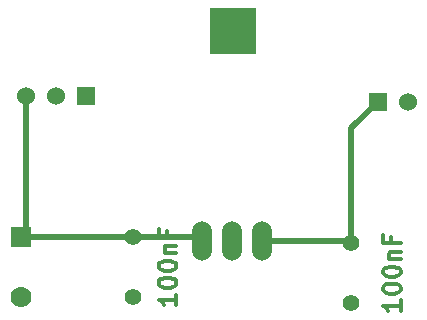
<source format=gtl>
%FSLAX34Y34*%
G04 Gerber Fmt 3.4, Leading zero omitted, Abs format*
G04 (created by PCBNEW (2014-02-26 BZR 4721)-product) date Monday, 26 January 2015 19:07:00*
%MOIN*%
G01*
G70*
G90*
G04 APERTURE LIST*
%ADD10C,0.005906*%
%ADD11C,0.011811*%
%ADD12C,0.055000*%
%ADD13R,0.060000X0.060000*%
%ADD14C,0.060000*%
%ADD15O,0.066000X0.132000*%
%ADD16R,0.070000X0.070000*%
%ADD17C,0.070000*%
%ADD18R,0.157480X0.157480*%
%ADD19C,0.019685*%
G04 APERTURE END LIST*
G54D10*
G54D11*
X69952Y-50520D02*
X69952Y-50857D01*
X69952Y-50688D02*
X69361Y-50688D01*
X69446Y-50745D01*
X69502Y-50801D01*
X69530Y-50857D01*
X69361Y-50154D02*
X69361Y-50098D01*
X69389Y-50042D01*
X69417Y-50014D01*
X69474Y-49985D01*
X69586Y-49957D01*
X69727Y-49957D01*
X69839Y-49985D01*
X69895Y-50014D01*
X69924Y-50042D01*
X69952Y-50098D01*
X69952Y-50154D01*
X69924Y-50210D01*
X69895Y-50239D01*
X69839Y-50267D01*
X69727Y-50295D01*
X69586Y-50295D01*
X69474Y-50267D01*
X69417Y-50239D01*
X69389Y-50210D01*
X69361Y-50154D01*
X69361Y-49592D02*
X69361Y-49535D01*
X69389Y-49479D01*
X69417Y-49451D01*
X69474Y-49423D01*
X69586Y-49395D01*
X69727Y-49395D01*
X69839Y-49423D01*
X69895Y-49451D01*
X69924Y-49479D01*
X69952Y-49535D01*
X69952Y-49592D01*
X69924Y-49648D01*
X69895Y-49676D01*
X69839Y-49704D01*
X69727Y-49732D01*
X69586Y-49732D01*
X69474Y-49704D01*
X69417Y-49676D01*
X69389Y-49648D01*
X69361Y-49592D01*
X69558Y-49142D02*
X69952Y-49142D01*
X69614Y-49142D02*
X69586Y-49114D01*
X69558Y-49057D01*
X69558Y-48973D01*
X69586Y-48917D01*
X69642Y-48889D01*
X69952Y-48889D01*
X69642Y-48411D02*
X69642Y-48607D01*
X69952Y-48607D02*
X69361Y-48607D01*
X69361Y-48326D01*
X77432Y-50717D02*
X77432Y-51054D01*
X77432Y-50885D02*
X76841Y-50885D01*
X76926Y-50942D01*
X76982Y-50998D01*
X77010Y-51054D01*
X76841Y-50351D02*
X76841Y-50295D01*
X76870Y-50239D01*
X76898Y-50210D01*
X76954Y-50182D01*
X77066Y-50154D01*
X77207Y-50154D01*
X77320Y-50182D01*
X77376Y-50210D01*
X77404Y-50239D01*
X77432Y-50295D01*
X77432Y-50351D01*
X77404Y-50407D01*
X77376Y-50435D01*
X77320Y-50464D01*
X77207Y-50492D01*
X77066Y-50492D01*
X76954Y-50464D01*
X76898Y-50435D01*
X76870Y-50407D01*
X76841Y-50351D01*
X76841Y-49789D02*
X76841Y-49732D01*
X76870Y-49676D01*
X76898Y-49648D01*
X76954Y-49620D01*
X77066Y-49592D01*
X77207Y-49592D01*
X77320Y-49620D01*
X77376Y-49648D01*
X77404Y-49676D01*
X77432Y-49732D01*
X77432Y-49789D01*
X77404Y-49845D01*
X77376Y-49873D01*
X77320Y-49901D01*
X77207Y-49929D01*
X77066Y-49929D01*
X76954Y-49901D01*
X76898Y-49873D01*
X76870Y-49845D01*
X76841Y-49789D01*
X77038Y-49339D02*
X77432Y-49339D01*
X77095Y-49339D02*
X77066Y-49311D01*
X77038Y-49254D01*
X77038Y-49170D01*
X77066Y-49114D01*
X77123Y-49086D01*
X77432Y-49086D01*
X77123Y-48607D02*
X77123Y-48804D01*
X77432Y-48804D02*
X76841Y-48804D01*
X76841Y-48523D01*
G54D12*
X68503Y-48606D03*
X68503Y-50606D03*
X75787Y-48803D03*
X75787Y-50803D03*
G54D13*
X76665Y-44094D03*
G54D14*
X77665Y-44094D03*
G54D15*
X70792Y-48729D03*
X71792Y-48729D03*
X72792Y-48729D03*
G54D16*
X64763Y-48606D03*
G54D17*
X64763Y-50606D03*
G54D13*
X66944Y-43897D03*
G54D14*
X65944Y-43897D03*
X64944Y-43897D03*
G54D18*
X71850Y-41732D03*
G54D19*
X68503Y-48606D02*
X70669Y-48606D01*
X70669Y-48606D02*
X70792Y-48729D01*
X64763Y-48606D02*
X68503Y-48606D01*
X64944Y-43897D02*
X64944Y-48425D01*
X64944Y-48425D02*
X64763Y-48606D01*
X75787Y-48803D02*
X75787Y-44972D01*
X75787Y-44972D02*
X76665Y-44094D01*
X72792Y-48729D02*
X75713Y-48729D01*
X75713Y-48729D02*
X75787Y-48803D01*
M02*

</source>
